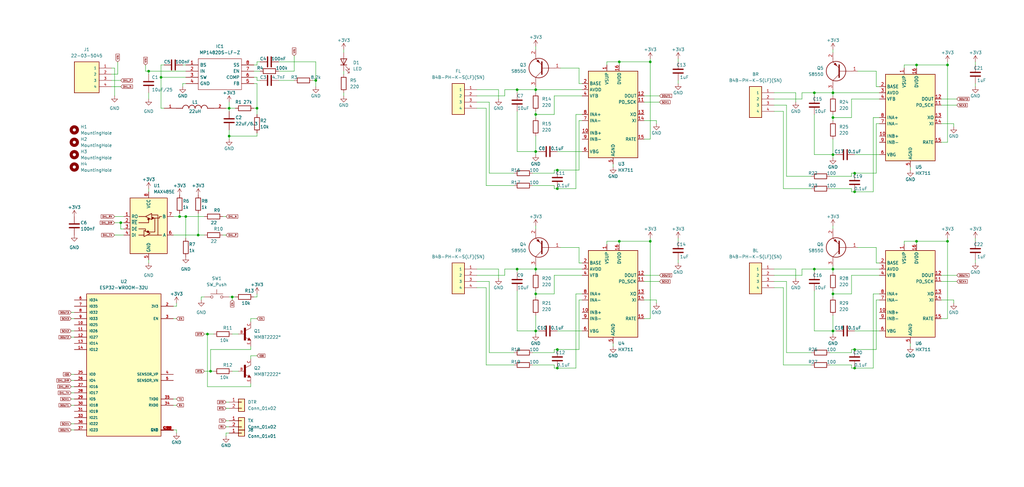
<source format=kicad_sch>
(kicad_sch (version 20211123) (generator eeschema)
  (paper "User" 419.989 200)
  (junction (at 388.62 99.06))
  (junction (at 85.09 137.16))
  (junction (at 266.7 25.4))
  (junction (at 212.09 110.49))
  (junction (at 228.6 151.13))
  (junction (at 341.63 63.5))
  (junction (at 93.98 44.45))
  (junction (at 219.71 135.89))
  (junction (at 375.92 99.06))
  (junction (at 129.54 33.02))
  (junction (at 341.63 38.1))
  (junction (at 219.71 110.49))
  (junction (at 228.6 77.47))
  (junction (at 228.6 143.51))
  (junction (at 266.7 99.06))
  (junction (at 219.71 120.65))
  (junction (at 341.63 135.89))
  (junction (at 341.63 110.49))
  (junction (at 350.52 151.13))
  (junction (at 93.98 55.88))
  (junction (at 254 25.4))
  (junction (at 105.41 44.45))
  (junction (at 341.63 120.65))
  (junction (at 341.63 48.26))
  (junction (at 76.2 88.9))
  (junction (at 60.96 29.21))
  (junction (at 388.62 26.67))
  (junction (at 334.01 110.49))
  (junction (at 350.52 143.51))
  (junction (at 219.71 46.99))
  (junction (at 219.71 62.23))
  (junction (at 86.36 152.4))
  (junction (at 228.6 69.85))
  (junction (at 81.28 96.52))
  (junction (at 73.66 88.9))
  (junction (at 254 99.06))
  (junction (at 375.92 26.67))
  (junction (at 350.52 78.74))
  (junction (at 219.71 36.83))
  (junction (at 212.09 36.83))
  (junction (at 49.53 91.44))
  (junction (at 66.04 31.75))
  (junction (at 350.52 71.12))
  (junction (at 95.25 121.92))
  (junction (at 334.01 38.1))
  (wire (pts (xy 328.93 40.64) (xy 328.93 38.1)))
  (wire (pts (xy 218.44 149.86) (xy 227.33 149.86)))
  (wire (pts (xy 360.68 123.19) (xy 359.41 123.19)))
  (wire (pts (xy 207.01 113.03) (xy 207.01 110.49)))
  (wire (pts (xy 95.25 152.4) (xy 97.79 152.4)))
  (wire (pts (xy 370.84 27.94) (xy 370.84 26.67)))
  (wire (pts (xy 341.63 46.99) (xy 341.63 48.26)))
  (wire (pts (xy 358.14 48.26) (xy 358.14 78.74)))
  (wire (pts (xy 95.25 137.16) (xy 97.79 137.16)))
  (wire (pts (xy 227.33 69.85) (xy 228.6 69.85)))
  (wire (pts (xy 264.16 115.57) (xy 270.51 115.57)))
  (wire (pts (xy 195.58 113.03) (xy 207.01 113.03)))
  (wire (pts (xy 227.33 46.99) (xy 219.71 46.99)))
  (wire (pts (xy 321.31 149.86) (xy 332.74 149.86)))
  (wire (pts (xy 92.71 172.72) (xy 93.98 172.72)))
  (wire (pts (xy 92.71 167.64) (xy 93.98 167.64)))
  (wire (pts (xy 269.24 49.53) (xy 269.24 50.8)))
  (wire (pts (xy 92.71 175.26) (xy 93.98 175.26)))
  (wire (pts (xy 91.44 88.9) (xy 92.71 88.9)))
  (wire (pts (xy 237.49 49.53) (xy 237.49 69.85)))
  (wire (pts (xy 341.63 129.54) (xy 341.63 135.89)))
  (wire (pts (xy 334.01 110.49) (xy 341.63 110.49)))
  (wire (pts (xy 386.08 113.03) (xy 392.43 113.03)))
  (wire (pts (xy 59.69 29.21) (xy 60.96 29.21)))
  (wire (pts (xy 219.71 129.54) (xy 219.71 135.89)))
  (wire (pts (xy 264.16 39.37) (xy 270.51 39.37)))
  (wire (pts (xy 140.97 29.21) (xy 140.97 30.48)))
  (wire (pts (xy 350.52 135.89) (xy 360.68 135.89)))
  (wire (pts (xy 219.71 120.65) (xy 219.71 121.92)))
  (wire (pts (xy 204.47 110.49) (xy 204.47 114.3)))
  (wire (pts (xy 140.97 38.1) (xy 140.97 39.37)))
  (wire (pts (xy 360.68 107.95) (xy 359.41 107.95)))
  (wire (pts (xy 71.12 96.52) (xy 81.28 96.52)))
  (wire (pts (xy 238.76 34.29) (xy 237.49 34.29)))
  (wire (pts (xy 349.25 151.13) (xy 350.52 151.13)))
  (wire (pts (xy 212.09 45.72) (xy 212.09 62.23)))
  (wire (pts (xy 386.08 50.8) (xy 391.16 50.8)))
  (wire (pts (xy 105.41 33.02) (xy 106.68 33.02)))
  (wire (pts (xy 212.09 110.49) (xy 212.09 111.76)))
  (wire (pts (xy 360.68 48.26) (xy 358.14 48.26)))
  (wire (pts (xy 227.33 76.2) (xy 227.33 77.47)))
  (wire (pts (xy 360.68 110.49) (xy 341.63 110.49)))
  (wire (pts (xy 334.01 119.38) (xy 334.01 135.89)))
  (wire (pts (xy 359.41 143.51) (xy 350.52 143.51)))
  (wire (pts (xy 278.13 24.13) (xy 278.13 25.4)))
  (wire (pts (xy 227.33 77.47) (xy 228.6 77.47)))
  (wire (pts (xy 386.08 123.19) (xy 391.16 123.19)))
  (wire (pts (xy 219.71 36.83) (xy 219.71 35.56)))
  (wire (pts (xy 200.66 71.12) (xy 200.66 41.91)))
  (wire (pts (xy 334.01 110.49) (xy 334.01 111.76)))
  (wire (pts (xy 386.08 58.42) (xy 388.62 58.42)))
  (wire (pts (xy 76.2 88.9) (xy 76.2 97.79)))
  (wire (pts (xy 340.36 144.78) (xy 349.25 144.78)))
  (wire (pts (xy 48.26 30.48) (xy 48.26 25.4)))
  (wire (pts (xy 93.98 55.88) (xy 105.41 55.88)))
  (wire (pts (xy 212.09 62.23) (xy 219.71 62.23)))
  (wire (pts (xy 199.39 118.11) (xy 199.39 149.86)))
  (wire (pts (xy 237.49 69.85) (xy 228.6 69.85)))
  (wire (pts (xy 264.16 123.19) (xy 269.24 123.19)))
  (wire (pts (xy 386.08 43.18) (xy 392.43 43.18)))
  (wire (pts (xy 349.25 120.65) (xy 341.63 120.65)))
  (wire (pts (xy 212.09 36.83) (xy 212.09 38.1)))
  (wire (pts (xy 129.54 33.02) (xy 129.54 35.56)))
  (wire (pts (xy 341.63 110.49) (xy 341.63 111.76)))
  (wire (pts (xy 45.72 35.56) (xy 49.53 35.56)))
  (wire (pts (xy 341.63 20.32) (xy 341.63 21.59)))
  (wire (pts (xy 227.33 71.12) (xy 227.33 69.85)))
  (wire (pts (xy 254 25.4) (xy 266.7 25.4)))
  (wire (pts (xy 359.41 101.6) (xy 351.79 101.6)))
  (wire (pts (xy 105.41 31.75) (xy 105.41 33.02)))
  (wire (pts (xy 370.84 100.33) (xy 370.84 99.06)))
  (wire (pts (xy 266.7 130.81) (xy 266.7 99.06)))
  (wire (pts (xy 219.71 110.49) (xy 219.71 111.76)))
  (wire (pts (xy 388.62 130.81) (xy 388.62 99.06)))
  (wire (pts (xy 391.16 123.19) (xy 391.16 124.46)))
  (wire (pts (xy 341.63 120.65) (xy 341.63 121.92)))
  (wire (pts (xy 254 26.67) (xy 254 25.4)))
  (wire (pts (xy 317.5 113.03) (xy 328.93 113.03)))
  (wire (pts (xy 195.58 36.83) (xy 204.47 36.83)))
  (wire (pts (xy 114.3 25.4) (xy 129.54 25.4)))
  (wire (pts (xy 102.87 147.32) (xy 102.87 146.05)))
  (wire (pts (xy 248.92 100.33) (xy 248.92 99.06)))
  (wire (pts (xy 72.39 176.53) (xy 72.39 177.8)))
  (wire (pts (xy 236.22 120.65) (xy 236.22 151.13)))
  (wire (pts (xy 342.9 63.5) (xy 341.63 63.5)))
  (wire (pts (xy 85.09 158.75) (xy 102.87 158.75)))
  (wire (pts (xy 228.6 135.89) (xy 238.76 135.89)))
  (wire (pts (xy 388.62 25.4) (xy 388.62 26.67)))
  (wire (pts (xy 317.5 110.49) (xy 326.39 110.49)))
  (wire (pts (xy 322.58 43.18) (xy 317.5 43.18)))
  (wire (pts (xy 212.09 119.38) (xy 212.09 135.89)))
  (wire (pts (xy 102.87 130.81) (xy 105.41 130.81)))
  (wire (pts (xy 341.63 38.1) (xy 341.63 39.37)))
  (wire (pts (xy 199.39 76.2) (xy 210.82 76.2)))
  (wire (pts (xy 341.63 92.71) (xy 341.63 93.98)))
  (wire (pts (xy 102.87 143.51) (xy 86.36 143.51)))
  (wire (pts (xy 388.62 58.42) (xy 388.62 26.67)))
  (wire (pts (xy 219.71 46.99) (xy 219.71 48.26)))
  (wire (pts (xy 334.01 46.99) (xy 334.01 63.5)))
  (wire (pts (xy 199.39 44.45) (xy 199.39 76.2)))
  (wire (pts (xy 207.01 110.49) (xy 212.09 110.49)))
  (wire (pts (xy 29.21 173.99) (xy 30.48 173.99)))
  (wire (pts (xy 341.63 38.1) (xy 341.63 36.83)))
  (wire (pts (xy 219.71 36.83) (xy 219.71 38.1)))
  (wire (pts (xy 129.54 25.4) (xy 129.54 33.02)))
  (wire (pts (xy 237.49 34.29) (xy 237.49 27.94)))
  (wire (pts (xy 340.36 149.86) (xy 349.25 149.86)))
  (wire (pts (xy 360.68 40.64) (xy 349.25 40.64)))
  (wire (pts (xy 237.49 143.51) (xy 228.6 143.51)))
  (wire (pts (xy 92.71 177.8) (xy 93.98 177.8)))
  (wire (pts (xy 104.14 44.45) (xy 105.41 44.45)))
  (wire (pts (xy 349.25 71.12) (xy 350.52 71.12)))
  (wire (pts (xy 322.58 115.57) (xy 317.5 115.57)))
  (wire (pts (xy 340.36 77.47) (xy 349.25 77.47)))
  (wire (pts (xy 375.92 27.94) (xy 375.92 26.67)))
  (wire (pts (xy 212.09 135.89) (xy 219.71 135.89)))
  (wire (pts (xy 238.76 120.65) (xy 236.22 120.65)))
  (wire (pts (xy 195.58 44.45) (xy 199.39 44.45)))
  (wire (pts (xy 386.08 40.64) (xy 392.43 40.64)))
  (wire (pts (xy 236.22 46.99) (xy 236.22 77.47)))
  (wire (pts (xy 228.6 62.23) (xy 238.76 62.23)))
  (wire (pts (xy 105.41 26.67) (xy 105.41 25.4)))
  (wire (pts (xy 349.25 40.64) (xy 349.25 48.26)))
  (wire (pts (xy 104.14 29.21) (xy 106.68 29.21)))
  (wire (pts (xy 238.76 49.53) (xy 237.49 49.53)))
  (wire (pts (xy 248.92 99.06) (xy 254 99.06)))
  (wire (pts (xy 105.41 34.29) (xy 105.41 44.45)))
  (wire (pts (xy 120.65 22.86) (xy 120.65 29.21)))
  (wire (pts (xy 29.21 161.29) (xy 30.48 161.29)))
  (wire (pts (xy 114.3 29.21) (xy 120.65 29.21)))
  (wire (pts (xy 71.12 88.9) (xy 73.66 88.9)))
  (wire (pts (xy 349.25 72.39) (xy 349.25 71.12)))
  (wire (pts (xy 264.16 49.53) (xy 269.24 49.53)))
  (wire (pts (xy 236.22 151.13) (xy 228.6 151.13)))
  (wire (pts (xy 227.33 144.78) (xy 227.33 143.51)))
  (wire (pts (xy 266.7 97.79) (xy 266.7 99.06)))
  (wire (pts (xy 92.71 165.1) (xy 93.98 165.1)))
  (wire (pts (xy 334.01 38.1) (xy 334.01 39.37)))
  (wire (pts (xy 317.5 118.11) (xy 321.31 118.11)))
  (wire (pts (xy 73.66 88.9) (xy 76.2 88.9)))
  (wire (pts (xy 83.82 152.4) (xy 86.36 152.4)))
  (wire (pts (xy 219.71 119.38) (xy 219.71 120.65)))
  (wire (pts (xy 254 100.33) (xy 254 99.06)))
  (wire (pts (xy 237.49 27.94) (xy 229.87 27.94)))
  (wire (pts (xy 332.74 72.39) (xy 322.58 72.39)))
  (wire (pts (xy 114.3 33.02) (xy 120.65 33.02)))
  (wire (pts (xy 349.25 77.47) (xy 349.25 78.74)))
  (wire (pts (xy 104.14 121.92) (xy 105.41 121.92)))
  (wire (pts (xy 220.98 62.23) (xy 219.71 62.23)))
  (wire (pts (xy 105.41 54.61) (xy 105.41 55.88)))
  (wire (pts (xy 92.71 179.07) (xy 92.71 177.8)))
  (wire (pts (xy 200.66 144.78) (xy 200.66 115.57)))
  (wire (pts (xy 360.68 120.65) (xy 358.14 120.65)))
  (wire (pts (xy 360.68 113.03) (xy 349.25 113.03)))
  (wire (pts (xy 210.82 144.78) (xy 200.66 144.78)))
  (wire (pts (xy 76.2 29.21) (xy 60.96 29.21)))
  (wire (pts (xy 91.44 96.52) (xy 92.71 96.52)))
  (wire (pts (xy 60.96 77.47) (xy 60.96 78.74)))
  (wire (pts (xy 195.58 118.11) (xy 199.39 118.11)))
  (wire (pts (xy 219.71 63.5) (xy 219.71 62.23)))
  (wire (pts (xy 104.14 26.67) (xy 105.41 26.67)))
  (wire (pts (xy 236.22 77.47) (xy 228.6 77.47)))
  (wire (pts (xy 93.98 44.45) (xy 96.52 44.45)))
  (wire (pts (xy 60.96 38.1) (xy 60.96 40.64)))
  (wire (pts (xy 317.5 38.1) (xy 326.39 38.1)))
  (wire (pts (xy 238.76 39.37) (xy 227.33 39.37)))
  (wire (pts (xy 341.63 119.38) (xy 341.63 120.65)))
  (wire (pts (xy 375.92 99.06) (xy 388.62 99.06)))
  (wire (pts (xy 248.92 25.4) (xy 254 25.4)))
  (wire (pts (xy 264.16 113.03) (xy 270.51 113.03)))
  (wire (pts (xy 74.93 26.67) (xy 76.2 26.67)))
  (wire (pts (xy 359.41 107.95) (xy 359.41 101.6)))
  (wire (pts (xy 332.74 144.78) (xy 322.58 144.78)))
  (wire (pts (xy 237.49 123.19) (xy 237.49 143.51)))
  (wire (pts (xy 342.9 135.89) (xy 341.63 135.89)))
  (wire (pts (xy 359.41 35.56) (xy 359.41 29.21)))
  (wire (pts (xy 227.33 120.65) (xy 219.71 120.65)))
  (wire (pts (xy 350.52 63.5) (xy 360.68 63.5)))
  (wire (pts (xy 66.04 26.67) (xy 67.31 26.67)))
  (wire (pts (xy 104.14 31.75) (xy 105.41 31.75)))
  (wire (pts (xy 66.04 31.75) (xy 66.04 26.67)))
  (wire (pts (xy 66.04 44.45) (xy 66.04 31.75)))
  (wire (pts (xy 95.25 121.92) (xy 96.52 121.92)))
  (wire (pts (xy 341.63 57.15) (xy 341.63 63.5)))
  (wire (pts (xy 359.41 29.21) (xy 351.79 29.21)))
  (wire (pts (xy 341.63 48.26) (xy 341.63 49.53)))
  (wire (pts (xy 278.13 106.68) (xy 278.13 107.95)))
  (wire (pts (xy 349.25 48.26) (xy 341.63 48.26)))
  (wire (pts (xy 238.76 113.03) (xy 227.33 113.03)))
  (wire (pts (xy 227.33 149.86) (xy 227.33 151.13)))
  (wire (pts (xy 46.99 88.9) (xy 50.8 88.9)))
  (wire (pts (xy 254 99.06) (xy 266.7 99.06)))
  (wire (pts (xy 71.12 163.83) (xy 72.39 163.83)))
  (wire (pts (xy 386.08 130.81) (xy 388.62 130.81)))
  (wire (pts (xy 102.87 146.05) (xy 105.41 146.05)))
  (wire (pts (xy 373.38 68.58) (xy 373.38 69.85)))
  (wire (pts (xy 218.44 76.2) (xy 227.33 76.2)))
  (wire (pts (xy 45.72 33.02) (xy 49.53 33.02)))
  (wire (pts (xy 86.36 152.4) (xy 87.63 152.4)))
  (wire (pts (xy 349.25 143.51) (xy 350.52 143.51)))
  (wire (pts (xy 212.09 110.49) (xy 219.71 110.49)))
  (wire (pts (xy 238.76 46.99) (xy 236.22 46.99)))
  (wire (pts (xy 237.49 101.6) (xy 229.87 101.6)))
  (wire (pts (xy 358.14 78.74) (xy 350.52 78.74)))
  (wire (pts (xy 328.93 113.03) (xy 328.93 110.49)))
  (wire (pts (xy 74.93 34.29) (xy 76.2 34.29)))
  (wire (pts (xy 251.46 140.97) (xy 251.46 142.24)))
  (wire (pts (xy 264.16 130.81) (xy 266.7 130.81)))
  (wire (pts (xy 238.76 123.19) (xy 237.49 123.19)))
  (wire (pts (xy 248.92 26.67) (xy 248.92 25.4)))
  (wire (pts (xy 218.44 144.78) (xy 227.33 144.78)))
  (wire (pts (xy 219.71 19.05) (xy 219.71 20.32)))
  (wire (pts (xy 321.31 45.72) (xy 321.31 77.47)))
  (wire (pts (xy 59.69 26.67) (xy 59.69 29.21)))
  (wire (pts (xy 358.14 151.13) (xy 350.52 151.13)))
  (wire (pts (xy 340.36 72.39) (xy 349.25 72.39)))
  (wire (pts (xy 105.41 25.4) (xy 106.68 25.4)))
  (wire (pts (xy 341.63 137.16) (xy 341.63 135.89)))
  (wire (pts (xy 93.98 41.91) (xy 93.98 44.45)))
  (wire (pts (xy 341.63 64.77) (xy 341.63 63.5)))
  (wire (pts (xy 81.28 96.52) (xy 83.82 96.52)))
  (wire (pts (xy 326.39 110.49) (xy 326.39 114.3)))
  (wire (pts (xy 370.84 26.67) (xy 375.92 26.67)))
  (wire (pts (xy 105.41 121.92) (xy 105.41 120.65)))
  (wire (pts (xy 85.09 137.16) (xy 87.63 137.16)))
  (wire (pts (xy 400.05 34.29) (xy 400.05 35.56)))
  (wire (pts (xy 278.13 33.02) (xy 278.13 34.29)))
  (wire (pts (xy 207.01 39.37) (xy 207.01 36.83)))
  (wire (pts (xy 46.99 91.44) (xy 49.53 91.44)))
  (wire (pts (xy 373.38 140.97) (xy 373.38 142.24)))
  (wire (pts (xy 29.21 158.75) (xy 30.48 158.75)))
  (wire (pts (xy 71.12 130.81) (xy 72.39 130.81)))
  (wire (pts (xy 360.68 50.8) (xy 359.41 50.8)))
  (wire (pts (xy 102.87 132.08) (xy 102.87 130.81)))
  (wire (pts (xy 93.98 121.92) (xy 95.25 121.92)))
  (wire (pts (xy 82.55 121.92) (xy 83.82 121.92)))
  (wire (pts (xy 388.62 97.79) (xy 388.62 99.06)))
  (wire (pts (xy 317.5 45.72) (xy 321.31 45.72)))
  (wire (pts (xy 45.72 30.48) (xy 48.26 30.48)))
  (wire (pts (xy 29.21 135.89) (xy 30.48 135.89)))
  (wire (pts (xy 269.24 123.19) (xy 269.24 124.46)))
  (wire (pts (xy 71.12 176.53) (xy 72.39 176.53)))
  (wire (pts (xy 93.98 53.34) (xy 93.98 55.88)))
  (wire (pts (xy 386.08 115.57) (xy 392.43 115.57)))
  (wire (pts (xy 278.13 97.79) (xy 278.13 99.06)))
  (wire (pts (xy 71.12 125.73) (xy 72.39 125.73)))
  (wire (pts (xy 360.68 38.1) (xy 341.63 38.1)))
  (wire (pts (xy 29.21 166.37) (xy 30.48 166.37)))
  (wire (pts (xy 195.58 39.37) (xy 207.01 39.37)))
  (wire (pts (xy 370.84 99.06) (xy 375.92 99.06)))
  (wire (pts (xy 195.58 110.49) (xy 204.47 110.49)))
  (wire (pts (xy 321.31 77.47) (xy 332.74 77.47)))
  (wire (pts (xy 219.71 137.16) (xy 219.71 135.89)))
  (wire (pts (xy 60.96 29.21) (xy 60.96 30.48)))
  (wire (pts (xy 210.82 71.12) (xy 200.66 71.12)))
  (wire (pts (xy 359.41 50.8) (xy 359.41 71.12)))
  (wire (pts (xy 328.93 38.1) (xy 334.01 38.1)))
  (wire (pts (xy 334.01 135.89) (xy 341.63 135.89)))
  (wire (pts (xy 212.09 36.83) (xy 219.71 36.83)))
  (wire (pts (xy 317.5 40.64) (xy 328.93 40.64)))
  (wire (pts (xy 95.25 121.92) (xy 95.25 123.19)))
  (wire (pts (xy 60.96 106.68) (xy 60.96 107.95)))
  (wire (pts (xy 391.16 50.8) (xy 391.16 52.07)))
  (wire (pts (xy 73.66 87.63) (xy 73.66 88.9)))
  (wire (pts (xy 72.39 125.73) (xy 72.39 124.46)))
  (wire (pts (xy 266.7 57.15) (xy 266.7 25.4)))
  (wire (pts (xy 82.55 123.19) (xy 82.55 121.92)))
  (wire (pts (xy 81.28 87.63) (xy 81.28 96.52)))
  (wire (pts (xy 326.39 38.1) (xy 326.39 41.91)))
  (wire (pts (xy 85.09 158.75) (xy 85.09 137.16)))
  (wire (pts (xy 358.14 120.65) (xy 358.14 151.13)))
  (wire (pts (xy 237.49 107.95) (xy 237.49 101.6)))
  (wire (pts (xy 29.21 176.53) (xy 30.48 176.53)))
  (wire (pts (xy 349.25 144.78) (xy 349.25 143.51)))
  (wire (pts (xy 264.16 41.91) (xy 270.51 41.91)))
  (wire (pts (xy 204.47 36.83) (xy 204.47 40.64)))
  (wire (pts (xy 349.25 149.86) (xy 349.25 151.13)))
  (wire (pts (xy 71.12 166.37) (xy 72.39 166.37)))
  (wire (pts (xy 218.44 71.12) (xy 227.33 71.12)))
  (wire (pts (xy 227.33 143.51) (xy 228.6 143.51)))
  (wire (pts (xy 227.33 151.13) (xy 228.6 151.13)))
  (wire (pts (xy 400.05 106.68) (xy 400.05 107.95)))
  (wire (pts (xy 93.98 55.88) (xy 93.98 57.15)))
  (wire (pts (xy 238.76 107.95) (xy 237.49 107.95)))
  (wire (pts (xy 349.25 113.03) (xy 349.25 120.65)))
  (wire (pts (xy 29.21 163.83) (xy 30.48 163.83)))
  (wire (pts (xy 251.46 67.31) (xy 251.46 68.58)))
  (wire (pts (xy 219.71 92.71) (xy 219.71 93.98)))
  (wire (pts (xy 400.05 25.4) (xy 400.05 26.67)))
  (wire (pts (xy 199.39 149.86) (xy 210.82 149.86)))
  (wire (pts (xy 375.92 26.67) (xy 388.62 26.67)))
  (wire (pts (xy 321.31 118.11) (xy 321.31 149.86)))
  (wire (pts (xy 219.71 110.49) (xy 219.71 109.22)))
  (wire (pts (xy 375.92 100.33) (xy 375.92 99.06)))
  (wire (pts (xy 238.76 36.83) (xy 219.71 36.83)))
  (wire (pts (xy 227.33 39.37) (xy 227.33 46.99)))
  (wire (pts (xy 76.2 88.9) (xy 83.82 88.9)))
  (wire (pts (xy 29.21 153.67) (xy 30.48 153.67)))
  (wire (pts (xy 29.21 138.43) (xy 30.48 138.43)))
  (wire (pts (xy 29.21 130.81) (xy 30.48 130.81)))
  (wire (pts (xy 50.8 93.98) (xy 49.53 93.98)))
  (wire (pts (xy 264.16 57.15) (xy 266.7 57.15)))
  (wire (pts (xy 102.87 157.48) (xy 102.87 158.75)))
  (wire (pts (xy 49.53 91.44) (xy 50.8 91.44)))
  (wire (pts (xy 219.71 45.72) (xy 219.71 46.99)))
  (wire (pts (xy 46.99 27.94) (xy 46.99 39.37)))
  (wire (pts (xy 128.27 33.02) (xy 129.54 33.02)))
  (wire (pts (xy 93.98 45.72) (xy 93.98 44.45)))
  (wire (pts (xy 92.71 44.45) (xy 93.98 44.45)))
  (wire (pts (xy 140.97 20.32) (xy 140.97 21.59)))
  (wire (pts (xy 45.72 27.94) (xy 46.99 27.94)))
  (wire (pts (xy 86.36 143.51) (xy 86.36 152.4)))
  (wire (pts (xy 46.99 96.52) (xy 50.8 96.52)))
  (wire (pts (xy 104.14 34.29) (xy 105.41 34.29)))
  (wire (pts (xy 322.58 72.39) (xy 322.58 43.18)))
  (wire (pts (xy 29.21 156.21) (xy 30.48 156.21)))
  (wire (pts (xy 227.33 113.03) (xy 227.33 120.65)))
  (wire (pts (xy 200.66 115.57) (xy 195.58 115.57)))
  (wire (pts (xy 83.82 137.16) (xy 85.09 137.16)))
  (wire (pts (xy 359.41 123.19) (xy 359.41 143.51)))
  (wire (pts (xy 349.25 78.74) (xy 350.52 78.74)))
  (wire (pts (xy 74.93 35.56) (xy 74.93 34.29)))
  (wire (pts (xy 200.66 41.91) (xy 195.58 41.91)))
  (wire (pts (xy 322.58 144.78) (xy 322.58 115.57)))
  (wire (pts (xy 334.01 63.5) (xy 341.63 63.5)))
  (wire (pts (xy 219.71 55.88) (xy 219.71 62.23)))
  (wire (pts (xy 220.98 135.89) (xy 219.71 135.89)))
  (wire (pts (xy 328.93 110.49) (xy 334.01 110.49)))
  (wire (pts (xy 238.76 110.49) (xy 219.71 110.49)))
  (wire (pts (xy 66.04 44.45) (xy 67.31 44.45)))
  (wire (pts (xy 360.68 35.56) (xy 359.41 35.56)))
  (wire (pts (xy 266.7 24.13) (xy 266.7 25.4)))
  (wire (pts (xy 334.01 38.1) (xy 341.63 38.1)))
  (wire (pts (xy 400.05 97.79) (xy 400.05 99.06)))
  (wire (pts (xy 29.21 128.27) (xy 30.48 128.27)))
  (wire (pts (xy 359.41 71.12) (xy 350.52 71.12)))
  (wire (pts (xy 102.87 143.51) (xy 102.87 142.24)))
  (wire (pts (xy 105.41 44.45) (xy 105.41 46.99)))
  (wire (pts (xy 341.63 110.49) (xy 341.63 109.22)))
  (wire (pts (xy 66.04 31.75) (xy 76.2 31.75)))
  (wire (pts (xy 49.53 93.98) (xy 49.53 91.44)))
  (wire (pts (xy 207.01 36.83) (xy 212.09 36.83)))
  (global_label "IO0" (shape input) (at 105.41 146.05 0) (effects (font (size 0.75 0.75))) (property "Intersheet References" "${INTERSHEET_REFS}" (effects hide)))
  (global_label "SCK2" (shape input) (at 270.51 115.57 0) (effects (font (size 0.75 0.75))) (property "Intersheet References" "${INTERSHEET_REFS}" (effects hide)))
  (global_label "DXL_P" (shape input) (at 49.53 33.02 0) (effects (font (size 0.75 0.75))) (property "Intersheet References" "${INTERSHEET_REFS}" (effects hide)))
  (global_label "DOUT2" (shape input) (at 29.21 138.43 180) (effects (font (size 0.75 0.75))) (property "Intersheet References" "${INTERSHEET_REFS}" (effects hide)))
  (global_label "TX" (shape input) (at 72.39 163.83 0) (effects (font (size 0.75 0.75))) (property "Intersheet References" "${INTERSHEET_REFS}" (effects hide)))
  (global_label "VIN" (shape input) (at 48.26 25.4 90) (effects (font (size 0.75 0.75))) (property "Intersheet References" "${INTERSHEET_REFS}" (effects hide)))
  (global_label "DOUT3" (shape input) (at 392.43 40.64 0) (effects (font (size 0.75 0.75))) (property "Intersheet References" "${INTERSHEET_REFS}" (effects hide)))
  (global_label "RTS" (shape input) (at 83.82 152.4 180) (effects (font (size 0.75 0.75))) (property "Intersheet References" "${INTERSHEET_REFS}" (effects hide)))
  (global_label "RTS" (shape input) (at 92.71 167.64 180) (effects (font (size 0.75 0.75))) (property "Intersheet References" "${INTERSHEET_REFS}" (effects hide)))
  (global_label "VIN" (shape input) (at 120.65 22.86 90) (effects (font (size 0.75 0.75))) (property "Intersheet References" "${INTERSHEET_REFS}" (effects hide)))
  (global_label "TX" (shape input) (at 92.71 172.72 180) (effects (font (size 0.75 0.75))) (property "Intersheet References" "${INTERSHEET_REFS}" (effects hide)))
  (global_label "SCK4" (shape input) (at 392.43 115.57 0) (effects (font (size 0.75 0.75))) (property "Intersheet References" "${INTERSHEET_REFS}" (effects hide)))
  (global_label "SCK2" (shape input) (at 29.21 135.89 180) (effects (font (size 0.75 0.75))) (property "Intersheet References" "${INTERSHEET_REFS}" (effects hide)))
  (global_label "DXL_P" (shape input) (at 92.71 96.52 0) (effects (font (size 0.75 0.75))) (property "Intersheet References" "${INTERSHEET_REFS}" (effects hide)))
  (global_label "DXL_N" (shape input) (at 49.53 35.56 0) (effects (font (size 0.75 0.75))) (property "Intersheet References" "${INTERSHEET_REFS}" (effects hide)))
  (global_label "VIN" (shape input) (at 59.69 26.67 90) (effects (font (size 0.75 0.75))) (property "Intersheet References" "${INTERSHEET_REFS}" (effects hide)))
  (global_label "IO0" (shape input) (at 29.21 153.67 180) (effects (font (size 0.75 0.75))) (property "Intersheet References" "${INTERSHEET_REFS}" (effects hide)))
  (global_label "DXL_RX" (shape input) (at 46.99 88.9 180) (effects (font (size 0.75 0.75))) (property "Intersheet References" "${INTERSHEET_REFS}" (effects hide)))
  (global_label "EN" (shape input) (at 105.41 130.81 0) (effects (font (size 0.75 0.75))) (property "Intersheet References" "${INTERSHEET_REFS}" (effects hide)))
  (global_label "DXL_DIR" (shape input) (at 29.21 156.21 180) (effects (font (size 0.75 0.75))) (property "Intersheet References" "${INTERSHEET_REFS}" (effects hide)))
  (global_label "SCK3" (shape input) (at 29.21 130.81 180) (effects (font (size 0.75 0.75))) (property "Intersheet References" "${INTERSHEET_REFS}" (effects hide)))
  (global_label "DOUT1" (shape input) (at 29.21 166.37 180) (effects (font (size 0.75 0.75))) (property "Intersheet References" "${INTERSHEET_REFS}" (effects hide)))
  (global_label "DOUT4" (shape input) (at 29.21 176.53 180) (effects (font (size 0.75 0.75))) (property "Intersheet References" "${INTERSHEET_REFS}" (effects hide)))
  (global_label "DOUT2" (shape input) (at 270.51 113.03 0) (effects (font (size 0.75 0.75))) (property "Intersheet References" "${INTERSHEET_REFS}" (effects hide)))
  (global_label "DOUT3" (shape input) (at 29.21 128.27 180) (effects (font (size 0.75 0.75))) (property "Intersheet References" "${INTERSHEET_REFS}" (effects hide)))
  (global_label "DTR" (shape input) (at 83.82 137.16 180) (effects (font (size 0.75 0.75))) (property "Intersheet References" "${INTERSHEET_REFS}" (effects hide)))
  (global_label "SCK1" (shape input) (at 270.51 41.91 0) (effects (font (size 0.75 0.75))) (property "Intersheet References" "${INTERSHEET_REFS}" (effects hide)))
  (global_label "DOUT4" (shape input) (at 392.43 113.03 0) (effects (font (size 0.75 0.75))) (property "Intersheet References" "${INTERSHEET_REFS}" (effects hide)))
  (global_label "DXL_DIR" (shape input) (at 46.99 91.44 180) (effects (font (size 0.75 0.75))) (property "Intersheet References" "${INTERSHEET_REFS}" (effects hide)))
  (global_label "RX" (shape input) (at 92.71 175.26 180) (effects (font (size 0.75 0.75))) (property "Intersheet References" "${INTERSHEET_REFS}" (effects hide)))
  (global_label "DXL_N" (shape input) (at 92.71 88.9 0) (effects (font (size 0.75 0.75))) (property "Intersheet References" "${INTERSHEET_REFS}" (effects hide)))
  (global_label "SCK4" (shape input) (at 29.21 173.99 180) (effects (font (size 0.75 0.75))) (property "Intersheet References" "${INTERSHEET_REFS}" (effects hide)))
  (global_label "DXL_TX" (shape input) (at 46.99 96.52 180) (effects (font (size 0.75 0.75))) (property "Intersheet References" "${INTERSHEET_REFS}" (effects hide)))
  (global_label "SCK3" (shape input) (at 392.43 43.18 0) (effects (font (size 0.75 0.75))) (property "Intersheet References" "${INTERSHEET_REFS}" (effects hide)))
  (global_label "SCK1" (shape input) (at 29.21 163.83 180) (effects (font (size 0.75 0.75))) (property "Intersheet References" "${INTERSHEET_REFS}" (effects hide)))
  (global_label "DXL_RX" (shape input) (at 29.21 158.75 180) (effects (font (size 0.75 0.75))) (property "Intersheet References" "${INTERSHEET_REFS}" (effects hide)))
  (global_label "EN" (shape input) (at 72.39 130.81 0) (effects (font (size 0.75 0.75))) (property "Intersheet References" "${INTERSHEET_REFS}" (effects hide)))
  (global_label "DXL_TX" (shape input) (at 29.21 161.29 180) (effects (font (size 0.75 0.75))) (property "Intersheet References" "${INTERSHEET_REFS}" (effects hide)))
  (global_label "RX" (shape input) (at 72.39 166.37 0) (effects (font (size 0.75 0.75))) (property "Intersheet References" "${INTERSHEET_REFS}" (effects hide)))
  (global_label "DOUT1" (shape input) (at 270.51 39.37 0) (effects (font (size 0.75 0.75))) (property "Intersheet References" "${INTERSHEET_REFS}" (effects hide)))
  (global_label "DTR" (shape input) (at 92.71 165.1 180) (effects (font (size 0.75 0.75))) (property "Intersheet References" "${INTERSHEET_REFS}" (effects hide)))
  (global_label "EN" (shape input) (at 95.25 123.19 270) (effects (font (size 0.75 0.75))) (property "Intersheet References" "${INTERSHEET_REFS}" (effects hide)))
  (symbol (lib_id "Device:C") (at 93.98 49.53 180) (unit 1)
    (property "Reference" "C2" (at 96.52 48.26 0) (effects (justify right)))
    (property "Value" "22uF/6.3" (at 96.52 50.8 0) (effects (justify right)))
    (property "Footprint" "Capacitor_SMD:C_0805_2012Metric" (effects hide))
  )
  (symbol (lib_name "GND_2") (lib_id "power:GND") (at 82.55 123.19 0) (unit 1)
    (property "Reference" "#PWR0113" (effects hide))
    (property "Value" "GND" (at 82.55 128.27 0))
  )
  (symbol (lib_id "B4B-PH-K-S_LF__SN_:B4B-PH-K-S(LF)(SN)") (at 187.96 113.03 0) (mirror y) (unit 1)
    (property "Reference" "FR" (at 187.96 102.87 0))
    (property "Value" "B4B-PH-K-S(LF)(SN)" (at 187.96 105.41 0))
    (property "Footprint" "B4B-PH-K-S_LF__SN_:JST_B4B-PH-K-S(LF)(SN)" (effects hide))
    (property "MANUFACTURER" "JST" (effects hide))
    (property "STANDARD" "Manufacturer Recommendations" (effects hide))
  )
  (symbol (lib_id "power:GND") (at 400.05 107.95 0) (unit 1)
    (property "Reference" "#PWR0138" (effects hide))
    (property "Value" "GND" (at 400.05 111.76 0))
  )
  (symbol (lib_name "GND_2") (lib_id "power:GND") (at 60.96 107.95 0) (unit 1)
    (property "Reference" "#PWR0117" (effects hide))
    (property "Value" "GND" (at 60.96 113.03 0))
  )
  (symbol (lib_id "Device:R") (at 140.97 34.29 0) (unit 1)
    (property "Reference" "R5" (at 143.51 33.0199 0) (effects (justify left)))
    (property "Value" "220" (at 143.51 35.5599 0) (effects (justify left)))
    (property "Footprint" "Resistor_SMD:R_0805_2012Metric" (effects hide))
  )
  (symbol (lib_id "power:GND") (at 326.39 114.3 0) (unit 1)
    (property "Reference" "#PWR0150" (effects hide))
    (property "Value" "GND" (at 326.39 118.11 0))
  )
  (symbol (lib_id "power:+3V3") (at 278.13 97.79 0) (unit 1)
    (property "Reference" "#PWR0120" (effects hide))
    (property "Value" "+3V3" (at 278.13 93.98 0))
  )
  (symbol (lib_id "power:GND") (at 373.38 69.85 0) (unit 1)
    (property "Reference" "#PWR0133" (effects hide))
    (property "Value" "GND" (at 373.38 73.66 0))
  )
  (symbol (lib_id "power:GND") (at 269.24 50.8 0) (unit 1)
    (property "Reference" "#PWR0145" (effects hide))
    (property "Value" "GND" (at 269.24 54.61 0))
  )
  (symbol (lib_id "power:+3V3") (at 341.63 20.32 0) (unit 1)
    (property "Reference" "#PWR0115" (effects hide))
    (property "Value" "+3V3" (at 341.63 16.51 0))
  )
  (symbol (lib_id "power:GND") (at 129.54 35.56 0) (unit 1)
    (property "Reference" "#PWR0129" (effects hide))
    (property "Value" "GND" (at 129.54 39.37 0))
  )
  (symbol (lib_id "Device:C") (at 30.48 92.71 180) (unit 1)
    (property "Reference" "C6" (at 33.02 91.44 0) (effects (justify right)))
    (property "Value" "100nF" (at 33.02 93.98 0) (effects (justify right)))
    (property "Footprint" "Capacitor_SMD:C_0805_2012Metric" (effects hide))
  )
  (symbol (lib_id "Connector_Generic:Conn_01x02") (at 99.06 172.72 0) (unit 1)
    (property "Reference" "TX" (at 101.6 172.7199 0) (effects (justify left)))
    (property "Value" "Conn_01x02" (at 101.6 175.2599 0) (effects (justify left)))
    (property "Footprint" "Connector_PinHeader_2.54mm asli:PinHeader_1x02_P2.54mm_Vertical" (effects hide))
  )
  (symbol (lib_id "Device:C") (at 278.13 29.21 180) (unit 1)
    (property "Reference" "C13" (at 279.4 26.67 0))
    (property "Value" "1uF" (at 280.67 31.75 0))
    (property "Footprint" "Capacitor_SMD:C_0805_2012Metric" (effects hide))
  )
  (symbol (lib_id "power:GND") (at 219.71 63.5 0) (unit 1)
    (property "Reference" "#PWR0109" (effects hide))
    (property "Value" "GND" (at 219.71 67.31 0))
  )
  (symbol (lib_id "Device:R") (at 214.63 71.12 90) (unit 1)
    (property "Reference" "R16" (at 209.55 69.85 90) (effects (justify right)))
    (property "Value" "100" (at 217.17 69.85 90) (effects (justify right)))
    (property "Footprint" "Resistor_SMD:R_0805_2012Metric" (effects hide))
  )
  (symbol (lib_id "Device:C") (at 228.6 147.32 180) (unit 1)
    (property "Reference" "C12" (at 229.87 144.78 0))
    (property "Value" "0.1uF" (at 231.14 149.86 0))
    (property "Footprint" "Capacitor_SMD:C_0805_2012Metric" (effects hide))
  )
  (symbol (lib_id "Device:C") (at 212.09 41.91 180) (unit 1)
    (property "Reference" "C7" (at 213.36 39.37 0))
    (property "Value" "10uF" (at 214.63 44.45 0))
    (property "Footprint" "Capacitor_SMD:C_0805_2012Metric" (effects hide))
  )
  (symbol (lib_id "Analog_ADC:HX711") (at 373.38 120.65 0) (unit 1)
    (property "Reference" "U6" (at 375.3994 140.97 0) (effects (justify left)))
    (property "Value" "HX711" (at 375.3994 143.51 0) (effects (justify left)))
    (property "Footprint" "HX711:SOP127P600X180-16N" (effects hide))
    (property "Datasheet" "https://cdn.sparkfun.com/datasheets/Sensors/ForceFlex/hx711_english.pdf" (effects hide))
  )
  (symbol (lib_id "S8550:S8550") (at 351.79 29.21 180) (unit 1)
    (property "Reference" "Q5" (at 337.82 27.9399 0) (effects (justify left)))
    (property "Value" "S8550" (at 337.82 30.4799 0) (effects (justify left)))
    (property "Footprint" "s8550:SOT95P240X115-3N" (effects hide))
    (property "Datasheet" "https://datasheet.lcsc.com/szlcsc/Changjiang-Electronics-Tech-CJ-S8550_C105432.pdf" (effects hide))
    (property "Description" "SOT-23 Plastic-Encapsulate Transistors" (effects hide))
    (property "Height" "1.15" (effects hide))
    (property "Manufacturer_Name" "Changjiang Electronics Tech (CJ)" (effects hide))
    (property "Manufacturer_Part_Number" "S8550" (effects hide))
  )
  (symbol (lib_name "ESP32-WROOM-32U_1") (lib_id "ESP32-WROOM-32U:ESP32-WROOM-32U") (at 50.8 148.59 0) (unit 1)
    (property "Reference" "U2" (at 50.8 115.57 0))
    (property "Value" "ESP32-WROOM-32U" (at 50.8 118.11 0))
    (property "Footprint" "LIB_ESP32-WROOM-32UE_M113EH2800UH3Q0_:XCVR_ESP32-WROOM-32U" (effects hide))
    (property "PARTREV" "V1.9" (effects hide))
    (property "PRICE" "None" (effects hide))
    (property "AVAILABILITY" "Unavailable" (effects hide))
    (property "STANDARD" "Manufacturer Recommendations" (effects hide))
    (property "MP" "ESP32-WROOM-32U" (effects hide))
    (property "DIGIKEY-PURCHASE-URL" "https://snapeda.com/shop?store=DigiKey&id=2472476" (effects hide))
    (property "PACKAGE" "Module Espressif Systems" (effects hide))
    (property "DESCRIPTION" "Bluetooth, WiFi 802.11b/g/n, Bluetooth v4.2 +EDR, Class 1, 2 and 3 Transceiver Module 2.4GHz ~ 2.5GHz Antenna Not Included, U.FL Surface Mount" (effects hide))
    (property "MF" "Espressif Systems" (effects hide))
    (property "MAXIMUM_PACKAGE_HEIGHT" "3.3mm" (effects hide))
  )
  (symbol (lib_id "Device:C") (at 346.71 135.89 270) (unit 1)
    (property "Reference" "C18" (at 344.17 134.62 90))
    (property "Value" "0.1uF" (at 350.52 134.62 90))
    (property "Footprint" "Capacitor_SMD:C_0805_2012Metric" (effects hide))
  )
  (symbol (lib_id "MP1482DS-LF-Z:MP1482DS-LF-Z") (at 76.2 26.67 0) (unit 1)
    (property "Reference" "IC1" (at 90.17 19.05 0))
    (property "Value" "MP1482DS-LF-Z" (at 90.17 21.59 0))
    (property "Footprint" "KiCad:SOIC127P600X175-8N" (effects hide))
    (property "Datasheet" "https://componentsearchengine.com/Datasheets/1/MP1482DS-LF-Z.pdf" (effects hide))
    (property "Description" "Switching Voltage Regulators 2A, 18V Sync Step-Down DCDC" (effects hide))
    (property "Height" "1.75" (effects hide))
    (property "Manufacturer_Name" "Monolithic Power Systems (MPS)" (effects hide))
    (property "Manufacturer_Part_Number" "MP1482DS-LF-Z" (effects hide))
    (property "Mouser Part Number" "946-MP1482DSLFZ" (effects hide))
    (property "Mouser Price/Stock" "https://www.mouser.co.uk/ProductDetail/Monolithic-Power-Systems-MPS/MP1482DS-LF-Z?qs=rC7bBWoQAAngL9SxJcU%252Bug%3D%3D" (effects hide))
  )
  (symbol (lib_id "power:GND") (at 341.63 64.77 0) (unit 1)
    (property "Reference" "#PWR0146" (effects hide))
    (property "Value" "GND" (at 341.63 68.58 0))
  )
  (symbol (lib_name "GND_2") (lib_id "power:GND") (at 30.48 96.52 0) (unit 1)
    (property "Reference" "#PWR0119" (effects hide))
    (property "Value" "GND" (at 30.48 101.6 0))
  )
  (symbol (lib_name "GND_1") (lib_id "power:GND") (at 46.99 39.37 0) (unit 1)
    (property "Reference" "#PWR0125" (effects hide))
    (property "Value" "GND" (at 46.99 44.45 0))
  )
  (symbol (lib_id "S8550:S8550") (at 351.79 101.6 180) (unit 1)
    (property "Reference" "Q6" (at 337.82 100.3299 0) (effects (justify left)))
    (property "Value" "S8550" (at 337.82 102.8699 0) (effects (justify left)))
    (property "Footprint" "s8550:SOT95P240X115-3N" (effects hide))
    (property "Datasheet" "https://datasheet.lcsc.com/szlcsc/Changjiang-Electronics-Tech-CJ-S8550_C105432.pdf" (effects hide))
    (property "Description" "SOT-23 Plastic-Encapsulate Transistors" (effects hide))
    (property "Height" "1.15" (effects hide))
    (property "Manufacturer_Name" "Changjiang Electronics Tech (CJ)" (effects hide))
    (property "Manufacturer_Part_Number" "S8550" (effects hide))
  )
  (symbol (lib_id "Device:C") (at 400.05 102.87 180) (unit 1)
    (property "Reference" "C22" (at 401.32 100.33 0))
    (property "Value" "1uF" (at 402.59 105.41 0))
    (property "Footprint" "Capacitor_SMD:C_0805_2012Metric" (effects hide))
  )
  (symbol (lib_id "Device:C") (at 224.79 62.23 270) (unit 1)
    (property "Reference" "C8" (at 222.25 60.96 90))
    (property "Value" "0.1uF" (at 228.6 60.96 90))
    (property "Footprint" "Capacitor_SMD:C_0805_2012Metric" (effects hide))
  )
  (symbol (lib_id "power:+3V3") (at 81.28 80.01 0) (unit 1)
    (property "Reference" "#PWR0136" (effects hide))
    (property "Value" "+3V3" (at 81.28 76.2 0))
  )
  (symbol (lib_id "Device:C") (at 350.52 74.93 180) (unit 1)
    (property "Reference" "C19" (at 351.79 72.39 0))
    (property "Value" "0.1uF" (at 353.06 77.47 0))
    (property "Footprint" "Capacitor_SMD:C_0805_2012Metric" (effects hide))
  )
  (symbol (lib_id "Device:R") (at 110.49 29.21 270) (unit 1)
    (property "Reference" "R4" (at 106.68 27.94 90))
    (property "Value" "100k" (at 115.57 27.94 90))
    (property "Footprint" "Resistor_SMD:R_0805_2012Metric" (effects hide))
  )
  (symbol (lib_id "Device:R") (at 336.55 144.78 90) (unit 1)
    (property "Reference" "R26" (at 331.47 143.51 90) (effects (justify right)))
    (property "Value" "100" (at 339.09 143.51 90) (effects (justify right)))
    (property "Footprint" "Resistor_SMD:R_0805_2012Metric" (effects hide))
  )
  (symbol (lib_id "B4B-PH-K-S_LF__SN_:B4B-PH-K-S(LF)(SN)") (at 309.88 113.03 0) (mirror y) (unit 1)
    (property "Reference" "BL" (at 309.88 102.87 0))
    (property "Value" "B4B-PH-K-S(LF)(SN)" (at 309.88 105.41 0))
    (property "Footprint" "B4B-PH-K-S_LF__SN_:JST_B4B-PH-K-S(LF)(SN)" (effects hide))
    (property "MANUFACTURER" "JST" (effects hide))
    (property "STANDARD" "Manufacturer Recommendations" (effects hide))
  )
  (symbol (lib_id "Connector_Generic:Conn_01x01") (at 99.06 177.8 0) (unit 1)
    (property "Reference" "J8" (at 101.6 176.5299 0) (effects (justify left)))
    (property "Value" "Conn_01x01" (at 101.6 179.0699 0) (effects (justify left)))
    (property "Footprint" "Connector_PinHeader_2.54mm asli:PinHeader_1x01_P2.54mm_Vertical" (effects hide))
  )
  (symbol (lib_id "power:GND") (at 391.16 52.07 0) (unit 1)
    (property "Reference" "#PWR0132" (effects hide))
    (property "Value" "GND" (at 391.16 55.88 0))
  )
  (symbol (lib_id "Device:C") (at 278.13 102.87 180) (unit 1)
    (property "Reference" "C14" (at 279.4 100.33 0))
    (property "Value" "1uF" (at 280.67 105.41 0))
    (property "Footprint" "Capacitor_SMD:C_0805_2012Metric" (effects hide))
  )
  (symbol (lib_id "Device:R") (at 214.63 76.2 90) (unit 1)
    (property "Reference" "R17" (at 209.55 74.93 90) (effects (justify right)))
    (property "Value" "100" (at 217.17 74.93 90) (effects (justify right)))
    (property "Footprint" "Resistor_SMD:R_0805_2012Metric" (effects hide))
  )
  (symbol (lib_id "Device:R") (at 91.44 152.4 90) (unit 1)
    (property "Reference" "R12" (at 91.44 149.86 90) (effects (justify right)))
    (property "Value" "10k" (at 90.17 154.94 90) (effects (justify right)))
    (property "Footprint" "Resistor_SMD:R_0805_2012Metric" (effects hide))
  )
  (symbol (lib_id "Device:R") (at 76.2 101.6 180) (unit 1)
    (property "Reference" "R7" (at 77.47 100.33 0) (effects (justify right)))
    (property "Value" "1k" (at 77.47 102.87 0) (effects (justify right)))
    (property "Footprint" "Resistor_SMD:R_0805_2012Metric" (effects hide))
  )
  (symbol (lib_id "B4B-PH-K-S_LF__SN_:B4B-PH-K-S(LF)(SN)") (at 309.88 40.64 0) (mirror y) (unit 1)
    (property "Reference" "BR" (at 309.88 30.48 0))
    (property "Value" "B4B-PH-K-S(LF)(SN)" (at 309.88 33.02 0))
    (property "Footprint" "B4B-PH-K-S_LF__SN_:JST_B4B-PH-K-S(LF)(SN)" (effects hide))
    (property "MANUFACTURER" "JST" (effects hide))
    (property "STANDARD" "Manufacturer Recommendations" (effects hide))
  )
  (symbol (lib_id "Device:C") (at 224.79 135.89 270) (unit 1)
    (property "Reference" "C10" (at 222.25 134.62 90))
    (property "Value" "0.1uF" (at 228.6 134.62 90))
    (property "Footprint" "Capacitor_SMD:C_0805_2012Metric" (effects hide))
  )
  (symbol (lib_id "Device:C") (at 60.96 34.29 0) (unit 1)
    (property "Reference" "C1" (at 62.23 31.75 0) (effects (justify left)))
    (property "Value" "10uF/25" (at 62.23 36.83 0) (effects (justify left)))
    (property "Footprint" "Capacitor_SMD:C_0805_2012Metric" (effects hide))
  )
  (symbol (lib_id "Device:R") (at 341.63 125.73 0) (unit 1)
    (property "Reference" "R29" (at 344.17 124.4599 0) (effects (justify left)))
    (property "Value" "220" (at 344.17 126.9999 0) (effects (justify left)))
    (property "Footprint" "Resistor_SMD:R_0805_2012Metric" (effects hide))
  )
  (symbol (lib_id "power:+3V3") (at 60.96 77.47 0) (unit 1)
    (property "Reference" "#PWR0131" (effects hide))
    (property "Value" "+3V3" (at 60.96 73.66 0))
  )
  (symbol (lib_id "MMBT2222_:MMBT2222*") (at 100.33 137.16 0) (unit 1)
    (property "Reference" "Q1" (at 104.14 135.8899 0) (effects (justify left)))
    (property "Value" "MMBT2222*" (at 104.14 138.4299 0) (effects (justify left)))
    (property "Footprint" "MMBT2222_:SOT23-BEC" (effects hide))
  )
  (symbol (lib_id "power:GND") (at 326.39 41.91 0) (unit 1)
    (property "Reference" "#PWR0148" (effects hide))
    (property "Value" "GND" (at 326.39 45.72 0))
  )
  (symbol (lib_id "power:GND") (at 204.47 114.3 0) (unit 1)
    (property "Reference" "#PWR0107" (effects hide))
    (property "Value" "GND" (at 204.47 118.11 0))
  )
  (symbol (lib_id "Device:R") (at 91.44 137.16 90) (unit 1)
    (property "Reference" "R11" (at 91.44 134.62 90) (effects (justify right)))
    (property "Value" "10k" (at 90.17 139.7 90) (effects (justify right)))
    (property "Footprint" "Resistor_SMD:R_0805_2012Metric" (effects hide))
  )
  (symbol (lib_id "Switch:SW_Push") (at 88.9 121.92 0) (unit 1)
    (property "Reference" "SW1" (at 88.9 114.3 0))
    (property "Value" "SW_Push" (at 88.9 116.84 0))
    (property "Footprint" "Button_Switch_SMD:SW_SPST_CK_RS282G05A3" (effects hide))
  )
  (symbol (lib_id "power:+3V3") (at 140.97 20.32 0) (unit 1)
    (property "Reference" "#PWR0147" (effects hide))
    (property "Value" "+3V3" (at 140.97 16.51 0))
  )
  (symbol (lib_id "power:GND") (at 278.13 34.29 0) (unit 1)
    (property "Reference" "#PWR0142" (effects hide))
    (property "Value" "GND" (at 278.13 38.1 0))
  )
  (symbol (lib_name "GND_3") (lib_id "power:GND") (at 72.39 177.8 0) (unit 1)
    (property "Reference" "#PWR0134" (effects hide))
    (property "Value" "GND" (at 72.39 181.61 0))
  )
  (symbol (lib_id "MMBT2222_:MMBT2222*") (at 100.33 152.4 0) (unit 1)
    (property "Reference" "Q2" (at 104.14 151.1299 0) (effects (justify left)))
    (property "Value" "MMBT2222*" (at 104.14 153.6699 0) (effects (justify left)))
    (property "Footprint" "MMBT2222_:SOT23-BEC" (effects hide))
  )
  (symbol (lib_id "Device:R") (at 336.55 72.39 90) (unit 1)
    (property "Reference" "R22" (at 331.47 71.12 90) (effects (justify right)))
    (property "Value" "100" (at 339.09 71.12 90) (effects (justify right)))
    (property "Footprint" "Resistor_SMD:R_0805_2012Metric" (effects hide))
  )
  (symbol (lib_id "Device:C") (at 350.52 147.32 180) (unit 1)
    (property "Reference" "C20" (at 351.79 144.78 0))
    (property "Value" "0.1uF" (at 353.06 149.86 0))
    (property "Footprint" "Capacitor_SMD:C_0805_2012Metric" (effects hide))
  )
  (symbol (lib_id "Connector_Generic:Conn_01x02") (at 99.06 165.1 0) (unit 1)
    (property "Reference" "DTR" (at 101.6 165.0999 0) (effects (justify left)))
    (property "Value" "Conn_01x02" (at 101.6 167.6399 0) (effects (justify left)))
    (property "Footprint" "Connector_PinHeader_2.54mm asli:PinHeader_1x02_P2.54mm_Vertical" (effects hide))
  )
  (symbol (lib_id "Device:R") (at 219.71 125.73 0) (unit 1)
    (property "Reference" "R21" (at 222.25 124.4599 0) (effects (justify left)))
    (property "Value" "220" (at 222.25 126.9999 0) (effects (justify left)))
    (property "Footprint" "Resistor_SMD:R_0805_2012Metric" (effects hide))
  )
  (symbol (lib_id "power:+3V3") (at 93.98 41.91 0) (unit 1)
    (property "Reference" "#PWR0121" (effects hide))
    (property "Value" "+3V3" (at 93.98 38.1 0))
  )
  (symbol (lib_id "22-03-5045:22-03-5045") (at 35.56 30.48 0) (unit 1)
    (property "Reference" "J1" (at 35.56 20.32 0))
    (property "Value" "22-03-5045" (at 35.56 22.86 0))
    (property "Footprint" "22-03-5045:MOLEX_22-03-5045" (effects hide))
    (property "STANDARD" "MANUFACTURER RECOMMENDATIONS" (effects hide))
    (property "MANUFACTURER" "MOLEX" (effects hide))
    (property "PARTREV" "B" (effects hide))
  )
  (symbol (lib_id "power:+3V3") (at 72.39 124.46 0) (unit 1)
    (property "Reference" "#PWR0140" (effects hide))
    (property "Value" "+3V3" (at 72.39 120.65 0))
  )
  (symbol (lib_id "Device:R") (at 336.55 149.86 90) (unit 1)
    (property "Reference" "R27" (at 331.47 148.59 90) (effects (justify right)))
    (property "Value" "100" (at 339.09 148.59 90) (effects (justify right)))
    (property "Footprint" "Resistor_SMD:R_0805_2012Metric" (effects hide))
  )
  (symbol (lib_id "S8550:S8550") (at 229.87 101.6 180) (unit 1)
    (property "Reference" "Q4" (at 215.9 100.3299 0) (effects (justify left)))
    (property "Value" "S8550" (at 215.9 102.8699 0) (effects (justify left)))
    (property "Footprint" "s8550:SOT95P240X115-3N" (effects hide))
    (property "Datasheet" "https://datasheet.lcsc.com/szlcsc/Changjiang-Electronics-Tech-CJ-S8550_C105432.pdf" (effects hide))
    (property "Description" "SOT-23 Plastic-Encapsulate Transistors" (effects hide))
    (property "Height" "1.15" (effects hide))
    (property "Manufacturer_Name" "Changjiang Electronics Tech (CJ)" (effects hide))
    (property "Manufacturer_Part_Number" "S8550" (effects hide))
  )
  (symbol (lib_id "Device:C") (at 228.6 73.66 180) (unit 1)
    (property "Reference" "C11" (at 229.87 71.12 0))
    (property "Value" "0.1uF" (at 231.14 76.2 0))
    (property "Footprint" "Capacitor_SMD:C_0805_2012Metric" (effects hide))
  )
  (symbol (lib_id "Interface_UART:MAX485E") (at 60.96 91.44 0) (unit 1)
    (property "Reference" "U1" (at 62.9794 76.2 0) (effects (justify left)))
    (property "Value" "MAX485E" (at 62.9794 78.74 0) (effects (justify left)))
    (property "Footprint" "MAX485ESA_T:SOIC127P600X175-8N" (effects hide))
    (property "Datasheet" "https://datasheets.maximintegrated.com/en/ds/MAX1487E-MAX491E.pdf" (effects hide))
  )
  (symbol (lib_id "power:GND") (at 373.38 142.24 0) (unit 1)
    (property "Reference" "#PWR0151" (effects hide))
    (property "Value" "GND" (at 373.38 146.05 0))
  )
  (symbol (lib_id "Device:C") (at 110.49 33.02 270) (unit 1)
    (property "Reference" "C3" (at 107.95 31.75 90))
    (property "Value" "4.7nF" (at 114.3 31.75 90))
    (property "Footprint" "Capacitor_SMD:C_0805_2012Metric" (effects hide))
  )
  (symbol (lib_id "power:+3V3") (at 341.63 92.71 0) (unit 1)
    (property "Reference" "#PWR0108" (effects hide))
    (property "Value" "+3V3" (at 341.63 88.9 0))
  )
  (symbol (lib_id "Device:R") (at 219.71 115.57 0) (unit 1)
    (property "Reference" "R20" (at 222.25 114.2999 0) (effects (justify left)))
    (property "Value" "220" (at 222.25 116.8399 0) (effects (justify left)))
    (property "Footprint" "Resistor_SMD:R_0805_2012Metric" (effects hide))
  )
  (symbol (lib_id "Device:C") (at 334.01 43.18 180) (unit 1)
    (property "Reference" "C15" (at 335.28 40.64 0))
    (property "Value" "10uF" (at 336.55 45.72 0))
    (property "Footprint" "Capacitor_SMD:C_0805_2012Metric" (effects hide))
  )
  (symbol (lib_id "power:+3V3") (at 278.13 24.13 0) (unit 1)
    (property "Reference" "#PWR0101" (effects hide))
    (property "Value" "+3V3" (at 278.13 20.32 0))
  )
  (symbol (lib_id "Device:LED") (at 140.97 25.4 90) (unit 1)
    (property "Reference" "D1" (at 144.78 25.7174 90) (effects (justify right)))
    (property "Value" "LED" (at 144.78 28.2574 90) (effects (justify right)))
    (property "Footprint" "LED_SMD:LED_0805_2012Metric" (effects hide))
  )
  (symbol (lib_id "Analog_ADC:HX711") (at 373.38 48.26 0) (unit 1)
    (property "Reference" "U5" (at 375.3994 68.58 0) (effects (justify left)))
    (property "Value" "HX711" (at 375.3994 71.12 0) (effects (justify left)))
    (property "Footprint" "HX711:SOP127P600X180-16N" (effects hide))
    (property "Datasheet" "https://cdn.sparkfun.com/datasheets/Sensors/ForceFlex/hx711_english.pdf" (effects hide))
  )
  (symbol (lib_id "Device:R") (at 81.28 83.82 180) (unit 1)
    (property "Reference" "R8" (at 82.55 82.55 0) (effects (justify right)))
    (property "Value" "1k" (at 82.55 85.09 0) (effects (justify right)))
    (property "Footprint" "Resistor_SMD:R_0805_2012Metric" (effects hide))
  )
  (symbol (lib_id "Device:R") (at 336.55 77.47 90) (unit 1)
    (property "Reference" "R23" (at 331.47 76.2 90) (effects (justify right)))
    (property "Value" "100" (at 339.09 76.2 90) (effects (justify right)))
    (property "Footprint" "Resistor_SMD:R_0805_2012Metric" (effects hide))
  )
  (symbol (lib_name "MountingHole_1") (lib_id "Mechanical:MountingHole") (at 30.48 53.34 0) (unit 1)
    (property "Reference" "H1" (at 33.02 52.0699 0) (effects (justify left)))
    (property "Value" "MountingHole" (at 33.02 54.6099 0) (effects (justify left)))
    (property "Footprint" "MountingHole:MountingHole_3mm" (effects hide))
  )
  (symbol (lib_id "Device:C") (at 71.12 26.67 270) (unit 1)
    (property "Reference" "C5" (at 68.58 25.4 90))
    (property "Value" "100nF" (at 74.93 25.4 90))
    (property "Footprint" "Capacitor_SMD:C_0805_2012Metric" (effects hide))
  )
  (symbol (lib_name "GND_3") (lib_id "power:GND") (at 92.71 179.07 0) (unit 1)
    (property "Reference" "#PWR0110" (effects hide))
    (property "Value" "GND" (at 92.71 182.88 0))
  )
  (symbol (lib_id "power:+3V3") (at 388.62 25.4 0) (unit 1)
    (property "Reference" "#PWR0105" (effects hide))
    (property "Value" "+3V3" (at 388.62 21.59 0))
  )
  (symbol (lib_id "Device:R") (at 105.41 50.8 180) (unit 1)
    (property "Reference" "R2" (at 106.68 49.53 0) (effects (justify right)))
    (property "Value" "10k" (at 106.68 52.07 0) (effects (justify right)))
    (property "Footprint" "Resistor_SMD:R_0805_2012Metric" (effects hide))
  )
  (symbol (lib_id "power:+3V3") (at 400.05 97.79 0) (unit 1)
    (property "Reference" "#PWR0114" (effects hide))
    (property "Value" "+3V3" (at 400.05 93.98 0))
  )
  (symbol (lib_name "GND_2") (lib_id "power:GND") (at 76.2 105.41 0) (unit 1)
    (property "Reference" "#PWR0116" (effects hide))
    (property "Value" "GND" (at 76.2 110.49 0))
  )
  (symbol (lib_id "Device:R") (at 214.63 144.78 90) (unit 1)
    (property "Reference" "R18" (at 209.55 143.51 90) (effects (justify right)))
    (property "Value" "100" (at 217.17 143.51 90) (effects (justify right)))
    (property "Footprint" "Resistor_SMD:R_0805_2012Metric" (effects hide))
  )
  (symbol (lib_id "Device:R") (at 341.63 53.34 0) (unit 1)
    (property "Reference" "R25" (at 344.17 52.0699 0) (effects (justify left)))
    (property "Value" "220" (at 344.17 54.6099 0) (effects (justify left)))
    (property "Footprint" "Resistor_SMD:R_0805_2012Metric" (effects hide))
  )
  (symbol (lib_id "power:+3V3") (at 266.7 97.79 0) (unit 1)
    (property "Reference" "#PWR0118" (effects hide))
    (property "Value" "+3V3" (at 266.7 93.98 0))
  )
  (symbol (lib_id "Device:C") (at 334.01 115.57 180) (unit 1)
    (property "Reference" "C16" (at 335.28 113.03 0))
    (property "Value" "10uF" (at 336.55 118.11 0))
    (property "Footprint" "Capacitor_SMD:C_0805_2012Metric" (effects hide))
  )
  (symbol (lib_id "power:GND") (at 391.16 124.46 0) (unit 1)
    (property "Reference" "#PWR0141" (effects hide))
    (property "Value" "GND" (at 391.16 128.27 0))
  )
  (symbol (lib_id "power:GND") (at 278.13 107.95 0) (unit 1)
    (property "Reference" "#PWR0128" (effects hide))
    (property "Value" "GND" (at 278.13 111.76 0))
  )
  (symbol (lib_id "power:GND") (at 341.63 137.16 0) (unit 1)
    (property "Reference" "#PWR0152" (effects hide))
    (property "Value" "GND" (at 341.63 140.97 0))
  )
  (symbol (lib_id "Analog_ADC:HX711") (at 251.46 46.99 0) (unit 1)
    (property "Reference" "U3" (at 253.4794 67.31 0) (effects (justify left)))
    (property "Value" "HX711" (at 253.4794 69.85 0) (effects (justify left)))
    (property "Footprint" "HX711:SOP127P600X180-16N" (effects hide))
    (property "Datasheet" "https://cdn.sparkfun.com/datasheets/Sensors/ForceFlex/hx711_english.pdf" (effects hide))
  )
  (symbol (lib_id "Device:R") (at 100.33 121.92 90) (unit 1)
    (property "Reference" "R13" (at 100.33 119.38 90) (effects (justify right)))
    (property "Value" "10k" (at 99.06 124.46 90) (effects (justify right)))
    (property "Footprint" "Resistor_SMD:R_0805_2012Metric" (effects hide))
  )
  (symbol (lib_id "Mechanical:MountingHole") (at 30.48 63.5 0) (unit 1)
    (property "Reference" "H3" (at 33.02 62.2299 0) (effects (justify left)))
    (property "Value" "MountingHole" (at 33.02 64.7699 0) (effects (justify left)))
    (property "Footprint" "MountingHole:MountingHole_3mm" (effects hide))
  )
  (symbol (lib_id "power:GND") (at 251.46 142.24 0) (unit 1)
    (property "Reference" "#PWR0123" (effects hide))
    (property "Value" "GND" (at 251.46 146.05 0))
  )
  (symbol (lib_name "GND_1") (lib_id "power:GND") (at 60.96 40.64 0) (unit 1)
    (property "Reference" "#PWR0126" (effects hide))
    (property "Value" "GND" (at 60.96 45.72 0))
  )
  (symbol (lib_id "Device:R") (at 87.63 88.9 90) (unit 1)
    (property "Reference" "R9" (at 87.63 86.36 90) (effects (justify right)))
    (property "Value" "22" (at 86.36 91.44 90) (effects (justify right)))
    (property "Footprint" "Resistor_SMD:R_0805_2012Metric" (effects hide))
  )
  (symbol (lib_id "power:GND") (at 219.71 137.16 0) (unit 1)
    (property "Reference" "#PWR0106" (effects hide))
    (property "Value" "GND" (at 219.71 140.97 0))
  )
  (symbol (lib_id "Device:R") (at 87.63 96.52 90) (unit 1)
    (property "Reference" "R10" (at 87.63 93.98 90) (effects (justify right)))
    (property "Value" "22" (at 86.36 99.06 90) (effects (justify right)))
    (property "Footprint" "Resistor_SMD:R_0805_2012Metric" (effects hide))
  )
  (symbol (lib_id "Device:C") (at 110.49 25.4 270) (unit 1)
    (property "Reference" "C4" (at 107.95 24.13 90))
    (property "Value" "100nF" (at 114.3 24.13 90))
    (property "Footprint" "Capacitor_SMD:C_0805_2012Metric" (effects hide))
  )
  (symbol (lib_name "GND_4") (lib_id "power:GND") (at 140.97 39.37 0) (unit 1)
    (property "Reference" "#PWR0102" (effects hide))
    (property "Value" "GND" (at 140.97 43.18 0))
  )
  (symbol (lib_id "power:+3V3") (at 105.41 120.65 0) (unit 1)
    (property "Reference" "#PWR0130" (effects hide))
    (property "Value" "+3V3" (at 105.41 116.84 0))
  )
  (symbol (lib_id "power:GND") (at 400.05 35.56 0) (unit 1)
    (property "Reference" "#PWR0137" (effects hide))
    (property "Value" "GND" (at 400.05 39.37 0))
  )
  (symbol (lib_id "VLS6045EX-3R3N:VLS6045EX-3R3N") (at 80.01 44.45 0) (unit 1)
    (property "Reference" "L1" (at 80.01 41.91 0))
    (property "Value" "22uH" (at 80.01 45.72 0))
    (property "Footprint" "VLS6045EX-3R3N:IND_VLS6045EX-3R3N" (effects hide))
    (property "STANDARD" "Manufacturer Recommendations" (effects hide))
    (property "PARTREV" "N/A" (effects hide))
    (property "MANUFACTURER" "TDK" (effects hide))
    (property "MAXIMUM_PACKAGE_HEIGHT" "4.5 mm" (effects hide))
  )
  (symbol (lib_id "power:+3V3") (at 388.62 97.79 0) (unit 1)
    (property "Reference" "#PWR0111" (effects hide))
    (property "Value" "+3V3" (at 388.62 93.98 0))
  )
  (symbol (lib_id "power:GND") (at 251.46 68.58 0) (unit 1)
    (property "Reference" "#PWR0144" (effects hide))
    (property "Value" "GND" (at 251.46 72.39 0))
  )
  (symbol (lib_id "Mechanical:MountingHole") (at 30.48 68.58 0) (unit 1)
    (property "Reference" "H4" (at 33.02 67.3099 0) (effects (justify left)))
    (property "Value" "MountingHole" (at 33.02 69.8499 0) (effects (justify left)))
    (property "Footprint" "MountingHole:MountingHole_3mm" (effects hide))
  )
  (symbol (lib_id "Device:R") (at 219.71 52.07 0) (unit 1)
    (property "Reference" "R15" (at 222.25 50.7999 0) (effects (justify left)))
    (property "Value" "220" (at 222.25 53.3399 0) (effects (justify left)))
    (property "Footprint" "Resistor_SMD:R_0805_2012Metric" (effects hide))
  )
  (symbol (lib_id "Device:R") (at 341.63 115.57 0) (unit 1)
    (property "Reference" "R28" (at 344.17 114.2999 0) (effects (justify left)))
    (property "Value" "220" (at 344.17 116.8399 0) (effects (justify left)))
    (property "Footprint" "Resistor_SMD:R_0805_2012Metric" (effects hide))
  )
  (symbol (lib_id "power:+3V3") (at 400.05 25.4 0) (unit 1)
    (property "Reference" "#PWR0104" (effects hide))
    (property "Value" "+3V3" (at 400.05 21.59 0))
  )
  (symbol (lib_id "power:+3V3") (at 73.66 80.01 0) (unit 1)
    (property "Reference" "#PWR0135" (effects hide))
    (property "Value" "+3V3" (at 73.66 76.2 0))
  )
  (symbol (lib_id "power:GND") (at 74.93 35.56 0) (unit 1)
    (property "Reference" "#PWR0124" (effects hide))
    (property "Value" "GND" (at 74.93 39.37 0))
  )
  (symbol (lib_id "power:+3V3") (at 266.7 24.13 0) (unit 1)
    (property "Reference" "#PWR0103" (effects hide))
    (property "Value" "+3V3" (at 266.7 20.32 0))
  )
  (symbol (lib_id "Device:C") (at 346.71 63.5 270) (unit 1)
    (property "Reference" "C17" (at 344.17 62.23 90))
    (property "Value" "0.1uF" (at 350.52 62.23 90))
    (property "Footprint" "Capacitor_SMD:C_0805_2012Metric" (effects hide))
  )
  (symbol (lib_id "Mechanical:MountingHole") (at 30.48 58.42 0) (unit 1)
    (property "Reference" "H2" (at 33.02 57.1499 0) (effects (justify left)))
    (property "Value" "MountingHole" (at 33.02 59.6899 0) (effects (justify left)))
    (property "Footprint" "MountingHole:MountingHole_3mm" (effects hide))
  )
  (symbol (lib_id "Device:R") (at 124.46 33.02 270) (unit 1)
    (property "Reference" "R3" (at 120.65 31.75 90))
    (property "Value" "8.2k" (at 129.54 31.75 90))
    (property "Footprint" "Resistor_SMD:R_0805_2012Metric" (effects hide))
  )
  (symbol (lib_id "power:GND") (at 204.47 40.64 0) (unit 1)
    (property "Reference" "#PWR0112" (effects hide))
    (property "Value" "GND" (at 204.47 44.45 0))
  )
  (symbol (lib_id "power:+3V3") (at 30.48 88.9 0) (unit 1)
    (property "Reference" "#PWR0139" (effects hide))
    (property "Value" "+3V3" (at 30.48 85.09 0))
  )
  (symbol (lib_id "Device:R") (at 100.33 44.45 270) (unit 1)
    (property "Reference" "R1" (at 97.79 41.91 90))
    (property "Value" "27k" (at 101.6 41.91 90))
    (property "Footprint" "Resistor_SMD:R_0805_2012Metric" (effects hide))
  )
  (symbol (lib_id "Device:R") (at 341.63 43.18 0) (unit 1)
    (property "Reference" "R24" (at 344.17 41.9099 0) (effects (justify left)))
    (property "Value" "220" (at 344.17 44.4499 0) (effects (justify left)))
    (property "Footprint" "Resistor_SMD:R_0805_2012Metric" (effects hide))
  )
  (symbol (lib_id "Device:R") (at 219.71 41.91 0) (unit 1)
    (property "Reference" "R14" (at 222.25 40.6399 0) (effects (justify left)))
    (property "Value" "220" (at 222.25 43.1799 0) (effects (justify left)))
    (property "Footprint" "Resistor_SMD:R_0805_2012Metric" (effects hide))
  )
  (symbol (lib_id "power:+3V3") (at 219.71 92.71 0) (unit 1)
    (property "Reference" "#PWR0143" (effects hide))
    (property "Value" "+3V3" (at 219.71 88.9 0))
  )
  (symbol (lib_id "Analog_ADC:HX711") (at 251.46 120.65 0) (unit 1)
    (property "Reference" "U4" (at 253.4794 140.97 0) (effects (justify left)))
    (property "Value" "HX711" (at 253.4794 143.51 0) (effects (justify left)))
    (property "Footprint" "HX711:SOP127P600X180-16N" (effects hide))
    (property "Datasheet" "https://cdn.sparkfun.com/datasheets/Sensors/ForceFlex/hx711_english.pdf" (effects hide))
  )
  (symbol (lib_id "power:GND") (at 93.98 57.15 0) (unit 1)
    (property "Reference" "#PWR0122" (effects hide))
    (property "Value" "GND" (at 93.98 60.96 0))
  )
  (symbol (lib_id "B4B-PH-K-S_LF__SN_:B4B-PH-K-S(LF)(SN)") (at 187.96 39.37 0) (mirror y) (unit 1)
    (property "Reference" "FL" (at 187.96 29.21 0))
    (property "Value" "B4B-PH-K-S(LF)(SN)" (at 187.96 31.75 0))
    (property "Footprint" "B4B-PH-K-S_LF__SN_:JST_B4B-PH-K-S(LF)(SN)" (effects hide))
    (property "MANUFACTURER" "JST" (effects hide))
    (property "STANDARD" "Manufacturer Recommendations" (effects hide))
  )
  (symbol (lib_id "S8550:S8550") (at 229.87 27.94 180) (unit 1)
    (property "Reference" "Q3" (at 215.9 26.6699 0) (effects (justify left)))
    (property "Value" "S8550" (at 215.9 29.2099 0) (effects (justify left)))
    (property "Footprint" "s8550:SOT95P240X115-3N" (effects hide))
    (property "Datasheet" "https://datasheet.lcsc.com/szlcsc/Changjiang-Electronics-Tech-CJ-S8550_C105432.pdf" (effects hide))
    (property "Description" "SOT-23 Plastic-Encapsulate Transistors" (effects hide))
    (property "Height" "1.15" (effects hide))
    (property "Manufacturer_Name" "Changjiang Electronics Tech (CJ)" (effects hide))
    (property "Manufacturer_Part_Number" "S8550" (effects hide))
  )
  (symbol (lib_id "Device:R") (at 73.66 83.82 180) (unit 1)
    (property "Reference" "R6" (at 74.93 82.55 0) (effects (justify right)))
    (property "Value" "1k" (at 74.93 85.09 0) (effects (justify right)))
    (property "Footprint" "Resistor_SMD:R_0805_2012Metric" (effects hide))
  )
  (symbol (lib_id "Device:R") (at 214.63 149.86 90) (unit 1)
    (property "Reference" "R19" (at 209.55 148.59 90) (effects (justify right)))
    (property "Value" "100" (at 217.17 148.59 90) (effects (justify right)))
    (property "Footprint" "Resistor_SMD:R_0805_2012Metric" (effects hide))
  )
  (symbol (lib_id "Device:C") (at 212.09 115.57 180) (unit 1)
    (property "Reference" "C9" (at 213.36 113.03 0))
    (property "Value" "10uF" (at 214.63 118.11 0))
    (property "Footprint" "Capacitor_SMD:C_0805_2012Metric" (effects hide))
  )
  (symbol (lib_id "Device:C") (at 400.05 30.48 180) (unit 1)
    (property "Reference" "C21" (at 401.32 27.94 0))
    (property "Value" "1uF" (at 402.59 33.02 0))
    (property "Footprint" "Capacitor_SMD:C_0805_2012Metric" (effects hide))
  )
  (symbol (lib_id "power:GND") (at 269.24 124.46 0) (unit 1)
    (property "Reference" "#PWR0127" (effects hide))
    (property "Value" "GND" (at 269.24 128.27 0))
  )
  (symbol (lib_id "power:+3V3") (at 219.71 19.05 0) (unit 1)
    (property "Reference" "#PWR0149" (effects hide))
    (property "Value" "+3V3" (at 219.71 15.24 0))
  )
)
</source>
